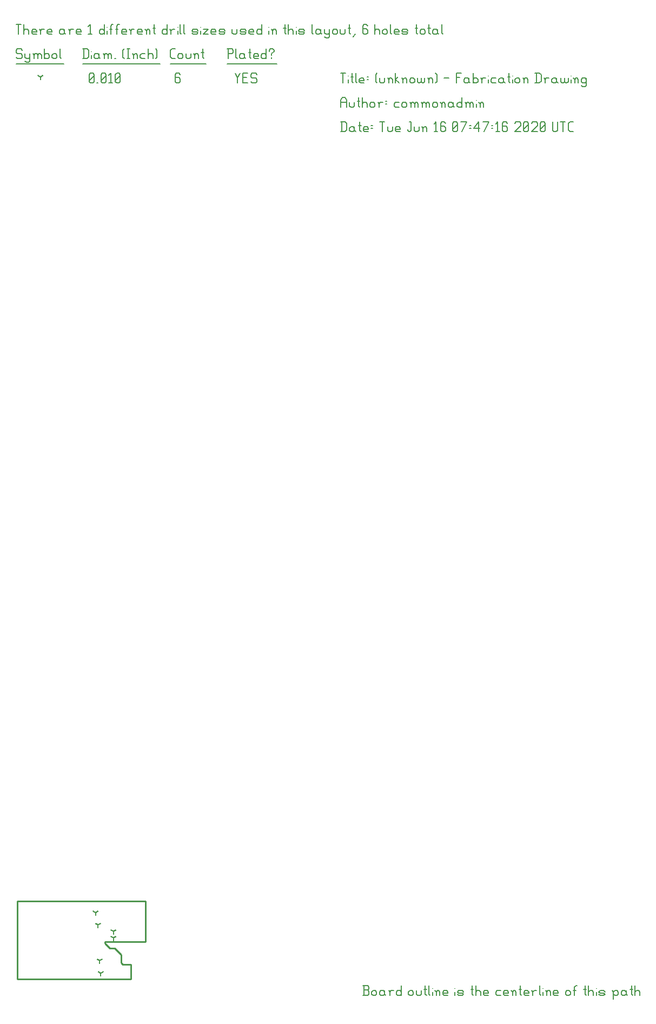
<source format=gbr>
G04 start of page 17 for group -3984 idx -3984 *
G04 Title: (unknown), fab *
G04 Creator: pcb 4.2.0 *
G04 CreationDate: Tue Jun 16 07:47:16 2020 UTC *
G04 For: commonadmin *
G04 Format: Gerber/RS-274X *
G04 PCB-Dimensions (mil): 6000.00 5000.00 *
G04 PCB-Coordinate-Origin: lower left *
%MOIN*%
%FSLAX25Y25*%
%LNFAB*%
%ADD61C,0.0100*%
%ADD60C,0.0075*%
%ADD59C,0.0060*%
%ADD58C,0.0001*%
%ADD57R,0.0080X0.0080*%
G54D57*X52156Y4158D02*Y2558D01*
G54D58*G36*
X51609Y4305D02*X53689Y5505D01*
X54089Y4812D01*
X52009Y3612D01*
X51609Y4305D01*
G37*
G36*
X52302Y3612D02*X50222Y4812D01*
X50622Y5505D01*
X52702Y4305D01*
X52302Y3612D01*
G37*
G54D57*X51500Y12000D02*Y10400D01*
G54D58*G36*
X50954Y12147D02*X53033Y13346D01*
X53433Y12653D01*
X51353Y11454D01*
X50954Y12147D01*
G37*
G36*
X51647Y11454D02*X49567Y12653D01*
X49967Y13346D01*
X52046Y12147D01*
X51647Y11454D01*
G37*
G54D57*X60000Y30000D02*Y28400D01*
G54D58*G36*
X59454Y30147D02*X61533Y31346D01*
X61933Y30653D01*
X59853Y29454D01*
X59454Y30147D01*
G37*
G36*
X60147Y29454D02*X58067Y30653D01*
X58467Y31346D01*
X60546Y30147D01*
X60147Y29454D01*
G37*
G54D57*X60000Y26000D02*Y24400D01*
G54D58*G36*
X59454Y26147D02*X61533Y27346D01*
X61933Y26653D01*
X59853Y25454D01*
X59454Y26147D01*
G37*
G36*
X60147Y25454D02*X58067Y26653D01*
X58467Y27346D01*
X60546Y26147D01*
X60147Y25454D01*
G37*
G54D57*X50500Y34000D02*Y32400D01*
G54D58*G36*
X49954Y34147D02*X52033Y35346D01*
X52433Y34653D01*
X50353Y33454D01*
X49954Y34147D01*
G37*
G36*
X50647Y33454D02*X48567Y34653D01*
X48967Y35346D01*
X51046Y34147D01*
X50647Y33454D01*
G37*
G54D57*X49000Y41500D02*Y39900D01*
G54D58*G36*
X48454Y41647D02*X50533Y42846D01*
X50933Y42153D01*
X48853Y40954D01*
X48454Y41647D01*
G37*
G36*
X49147Y40954D02*X47067Y42153D01*
X47467Y42846D01*
X49546Y41647D01*
X49147Y40954D01*
G37*
G54D57*X15000Y556250D02*Y554650D01*
G54D58*G36*
X14454Y556397D02*X16533Y557596D01*
X16933Y556903D01*
X14853Y555704D01*
X14454Y556397D01*
G37*
G36*
X15147Y555704D02*X13067Y556903D01*
X13467Y557596D01*
X15546Y556397D01*
X15147Y555704D01*
G37*
G54D59*X135000Y558500D02*X136500Y555500D01*
X138000Y558500D01*
X136500Y555500D02*Y552500D01*
X139800Y555800D02*X142050D01*
X139800Y552500D02*X142800D01*
X139800Y558500D02*Y552500D01*
Y558500D02*X142800D01*
X147600D02*X148350Y557750D01*
X145350Y558500D02*X147600D01*
X144600Y557750D02*X145350Y558500D01*
X144600Y557750D02*Y556250D01*
X145350Y555500D01*
X147600D01*
X148350Y554750D01*
Y553250D01*
X147600Y552500D02*X148350Y553250D01*
X145350Y552500D02*X147600D01*
X144600Y553250D02*X145350Y552500D01*
X100250Y558500D02*X101000Y557750D01*
X98750Y558500D02*X100250D01*
X98000Y557750D02*X98750Y558500D01*
X98000Y557750D02*Y553250D01*
X98750Y552500D01*
X100250Y555800D02*X101000Y555050D01*
X98000Y555800D02*X100250D01*
X98750Y552500D02*X100250D01*
X101000Y553250D01*
Y555050D02*Y553250D01*
X45000D02*X45750Y552500D01*
X45000Y557750D02*Y553250D01*
Y557750D02*X45750Y558500D01*
X47250D01*
X48000Y557750D01*
Y553250D01*
X47250Y552500D02*X48000Y553250D01*
X45750Y552500D02*X47250D01*
X45000Y554000D02*X48000Y557000D01*
X49800Y552500D02*X50550D01*
X52350Y553250D02*X53100Y552500D01*
X52350Y557750D02*Y553250D01*
Y557750D02*X53100Y558500D01*
X54600D01*
X55350Y557750D01*
Y553250D01*
X54600Y552500D02*X55350Y553250D01*
X53100Y552500D02*X54600D01*
X52350Y554000D02*X55350Y557000D01*
X57150Y557300D02*X58350Y558500D01*
Y552500D01*
X57150D02*X59400D01*
X61200Y553250D02*X61950Y552500D01*
X61200Y557750D02*Y553250D01*
Y557750D02*X61950Y558500D01*
X63450D01*
X64200Y557750D01*
Y553250D01*
X63450Y552500D02*X64200Y553250D01*
X61950Y552500D02*X63450D01*
X61200Y554000D02*X64200Y557000D01*
X3000Y573500D02*X3750Y572750D01*
X750Y573500D02*X3000D01*
X0Y572750D02*X750Y573500D01*
X0Y572750D02*Y571250D01*
X750Y570500D01*
X3000D01*
X3750Y569750D01*
Y568250D01*
X3000Y567500D02*X3750Y568250D01*
X750Y567500D02*X3000D01*
X0Y568250D02*X750Y567500D01*
X5550Y570500D02*Y568250D01*
X6300Y567500D01*
X8550Y570500D02*Y566000D01*
X7800Y565250D02*X8550Y566000D01*
X6300Y565250D02*X7800D01*
X5550Y566000D02*X6300Y565250D01*
Y567500D02*X7800D01*
X8550Y568250D01*
X11100Y569750D02*Y567500D01*
Y569750D02*X11850Y570500D01*
X12600D01*
X13350Y569750D01*
Y567500D01*
Y569750D02*X14100Y570500D01*
X14850D01*
X15600Y569750D01*
Y567500D01*
X10350Y570500D02*X11100Y569750D01*
X17400Y573500D02*Y567500D01*
Y568250D02*X18150Y567500D01*
X19650D01*
X20400Y568250D01*
Y569750D02*Y568250D01*
X19650Y570500D02*X20400Y569750D01*
X18150Y570500D02*X19650D01*
X17400Y569750D02*X18150Y570500D01*
X22200Y569750D02*Y568250D01*
Y569750D02*X22950Y570500D01*
X24450D01*
X25200Y569750D01*
Y568250D01*
X24450Y567500D02*X25200Y568250D01*
X22950Y567500D02*X24450D01*
X22200Y568250D02*X22950Y567500D01*
X27000Y573500D02*Y568250D01*
X27750Y567500D01*
X0Y564250D02*X29250D01*
X41750Y573500D02*Y567500D01*
X43700Y573500D02*X44750Y572450D01*
Y568550D01*
X43700Y567500D02*X44750Y568550D01*
X41000Y567500D02*X43700D01*
X41000Y573500D02*X43700D01*
G54D60*X46550Y572000D02*Y571850D01*
G54D59*Y569750D02*Y567500D01*
X50300Y570500D02*X51050Y569750D01*
X48800Y570500D02*X50300D01*
X48050Y569750D02*X48800Y570500D01*
X48050Y569750D02*Y568250D01*
X48800Y567500D01*
X51050Y570500D02*Y568250D01*
X51800Y567500D01*
X48800D02*X50300D01*
X51050Y568250D01*
X54350Y569750D02*Y567500D01*
Y569750D02*X55100Y570500D01*
X55850D01*
X56600Y569750D01*
Y567500D01*
Y569750D02*X57350Y570500D01*
X58100D01*
X58850Y569750D01*
Y567500D01*
X53600Y570500D02*X54350Y569750D01*
X60650Y567500D02*X61400D01*
X65900Y568250D02*X66650Y567500D01*
X65900Y572750D02*X66650Y573500D01*
X65900Y572750D02*Y568250D01*
X68450Y573500D02*X69950D01*
X69200D02*Y567500D01*
X68450D02*X69950D01*
X72500Y569750D02*Y567500D01*
Y569750D02*X73250Y570500D01*
X74000D01*
X74750Y569750D01*
Y567500D01*
X71750Y570500D02*X72500Y569750D01*
X77300Y570500D02*X79550D01*
X76550Y569750D02*X77300Y570500D01*
X76550Y569750D02*Y568250D01*
X77300Y567500D01*
X79550D01*
X81350Y573500D02*Y567500D01*
Y569750D02*X82100Y570500D01*
X83600D01*
X84350Y569750D01*
Y567500D01*
X86150Y573500D02*X86900Y572750D01*
Y568250D01*
X86150Y567500D02*X86900Y568250D01*
X41000Y564250D02*X88700D01*
X96050Y567500D02*X98000D01*
X95000Y568550D02*X96050Y567500D01*
X95000Y572450D02*Y568550D01*
Y572450D02*X96050Y573500D01*
X98000D01*
X99800Y569750D02*Y568250D01*
Y569750D02*X100550Y570500D01*
X102050D01*
X102800Y569750D01*
Y568250D01*
X102050Y567500D02*X102800Y568250D01*
X100550Y567500D02*X102050D01*
X99800Y568250D02*X100550Y567500D01*
X104600Y570500D02*Y568250D01*
X105350Y567500D01*
X106850D01*
X107600Y568250D01*
Y570500D02*Y568250D01*
X110150Y569750D02*Y567500D01*
Y569750D02*X110900Y570500D01*
X111650D01*
X112400Y569750D01*
Y567500D01*
X109400Y570500D02*X110150Y569750D01*
X114950Y573500D02*Y568250D01*
X115700Y567500D01*
X114200Y571250D02*X115700D01*
X95000Y564250D02*X117200D01*
X130750Y573500D02*Y567500D01*
X130000Y573500D02*X133000D01*
X133750Y572750D01*
Y571250D01*
X133000Y570500D02*X133750Y571250D01*
X130750Y570500D02*X133000D01*
X135550Y573500D02*Y568250D01*
X136300Y567500D01*
X140050Y570500D02*X140800Y569750D01*
X138550Y570500D02*X140050D01*
X137800Y569750D02*X138550Y570500D01*
X137800Y569750D02*Y568250D01*
X138550Y567500D01*
X140800Y570500D02*Y568250D01*
X141550Y567500D01*
X138550D02*X140050D01*
X140800Y568250D01*
X144100Y573500D02*Y568250D01*
X144850Y567500D01*
X143350Y571250D02*X144850D01*
X147100Y567500D02*X149350D01*
X146350Y568250D02*X147100Y567500D01*
X146350Y569750D02*Y568250D01*
Y569750D02*X147100Y570500D01*
X148600D01*
X149350Y569750D01*
X146350Y569000D02*X149350D01*
Y569750D02*Y569000D01*
X154150Y573500D02*Y567500D01*
X153400D02*X154150Y568250D01*
X151900Y567500D02*X153400D01*
X151150Y568250D02*X151900Y567500D01*
X151150Y569750D02*Y568250D01*
Y569750D02*X151900Y570500D01*
X153400D01*
X154150Y569750D01*
X157450Y570500D02*Y569750D01*
Y568250D02*Y567500D01*
X155950Y572750D02*Y572000D01*
Y572750D02*X156700Y573500D01*
X158200D01*
X158950Y572750D01*
Y572000D01*
X157450Y570500D02*X158950Y572000D01*
X130000Y564250D02*X160750D01*
X0Y588500D02*X3000D01*
X1500D02*Y582500D01*
X4800Y588500D02*Y582500D01*
Y584750D02*X5550Y585500D01*
X7050D01*
X7800Y584750D01*
Y582500D01*
X10350D02*X12600D01*
X9600Y583250D02*X10350Y582500D01*
X9600Y584750D02*Y583250D01*
Y584750D02*X10350Y585500D01*
X11850D01*
X12600Y584750D01*
X9600Y584000D02*X12600D01*
Y584750D02*Y584000D01*
X15150Y584750D02*Y582500D01*
Y584750D02*X15900Y585500D01*
X17400D01*
X14400D02*X15150Y584750D01*
X19950Y582500D02*X22200D01*
X19200Y583250D02*X19950Y582500D01*
X19200Y584750D02*Y583250D01*
Y584750D02*X19950Y585500D01*
X21450D01*
X22200Y584750D01*
X19200Y584000D02*X22200D01*
Y584750D02*Y584000D01*
X28950Y585500D02*X29700Y584750D01*
X27450Y585500D02*X28950D01*
X26700Y584750D02*X27450Y585500D01*
X26700Y584750D02*Y583250D01*
X27450Y582500D01*
X29700Y585500D02*Y583250D01*
X30450Y582500D01*
X27450D02*X28950D01*
X29700Y583250D01*
X33000Y584750D02*Y582500D01*
Y584750D02*X33750Y585500D01*
X35250D01*
X32250D02*X33000Y584750D01*
X37800Y582500D02*X40050D01*
X37050Y583250D02*X37800Y582500D01*
X37050Y584750D02*Y583250D01*
Y584750D02*X37800Y585500D01*
X39300D01*
X40050Y584750D01*
X37050Y584000D02*X40050D01*
Y584750D02*Y584000D01*
X44550Y587300D02*X45750Y588500D01*
Y582500D01*
X44550D02*X46800D01*
X54300Y588500D02*Y582500D01*
X53550D02*X54300Y583250D01*
X52050Y582500D02*X53550D01*
X51300Y583250D02*X52050Y582500D01*
X51300Y584750D02*Y583250D01*
Y584750D02*X52050Y585500D01*
X53550D01*
X54300Y584750D01*
G54D60*X56100Y587000D02*Y586850D01*
G54D59*Y584750D02*Y582500D01*
X58350Y587750D02*Y582500D01*
Y587750D02*X59100Y588500D01*
X59850D01*
X57600Y585500D02*X59100D01*
X62100Y587750D02*Y582500D01*
Y587750D02*X62850Y588500D01*
X63600D01*
X61350Y585500D02*X62850D01*
X65850Y582500D02*X68100D01*
X65100Y583250D02*X65850Y582500D01*
X65100Y584750D02*Y583250D01*
Y584750D02*X65850Y585500D01*
X67350D01*
X68100Y584750D01*
X65100Y584000D02*X68100D01*
Y584750D02*Y584000D01*
X70650Y584750D02*Y582500D01*
Y584750D02*X71400Y585500D01*
X72900D01*
X69900D02*X70650Y584750D01*
X75450Y582500D02*X77700D01*
X74700Y583250D02*X75450Y582500D01*
X74700Y584750D02*Y583250D01*
Y584750D02*X75450Y585500D01*
X76950D01*
X77700Y584750D01*
X74700Y584000D02*X77700D01*
Y584750D02*Y584000D01*
X80250Y584750D02*Y582500D01*
Y584750D02*X81000Y585500D01*
X81750D01*
X82500Y584750D01*
Y582500D01*
X79500Y585500D02*X80250Y584750D01*
X85050Y588500D02*Y583250D01*
X85800Y582500D01*
X84300Y586250D02*X85800D01*
X93000Y588500D02*Y582500D01*
X92250D02*X93000Y583250D01*
X90750Y582500D02*X92250D01*
X90000Y583250D02*X90750Y582500D01*
X90000Y584750D02*Y583250D01*
Y584750D02*X90750Y585500D01*
X92250D01*
X93000Y584750D01*
X95550D02*Y582500D01*
Y584750D02*X96300Y585500D01*
X97800D01*
X94800D02*X95550Y584750D01*
G54D60*X99600Y587000D02*Y586850D01*
G54D59*Y584750D02*Y582500D01*
X101100Y588500D02*Y583250D01*
X101850Y582500D01*
X103350Y588500D02*Y583250D01*
X104100Y582500D01*
X109050D02*X111300D01*
X112050Y583250D01*
X111300Y584000D02*X112050Y583250D01*
X109050Y584000D02*X111300D01*
X108300Y584750D02*X109050Y584000D01*
X108300Y584750D02*X109050Y585500D01*
X111300D01*
X112050Y584750D01*
X108300Y583250D02*X109050Y582500D01*
G54D60*X113850Y587000D02*Y586850D01*
G54D59*Y584750D02*Y582500D01*
X115350Y585500D02*X118350D01*
X115350Y582500D02*X118350Y585500D01*
X115350Y582500D02*X118350D01*
X120900D02*X123150D01*
X120150Y583250D02*X120900Y582500D01*
X120150Y584750D02*Y583250D01*
Y584750D02*X120900Y585500D01*
X122400D01*
X123150Y584750D01*
X120150Y584000D02*X123150D01*
Y584750D02*Y584000D01*
X125700Y582500D02*X127950D01*
X128700Y583250D01*
X127950Y584000D02*X128700Y583250D01*
X125700Y584000D02*X127950D01*
X124950Y584750D02*X125700Y584000D01*
X124950Y584750D02*X125700Y585500D01*
X127950D01*
X128700Y584750D01*
X124950Y583250D02*X125700Y582500D01*
X133200Y585500D02*Y583250D01*
X133950Y582500D01*
X135450D01*
X136200Y583250D01*
Y585500D02*Y583250D01*
X138750Y582500D02*X141000D01*
X141750Y583250D01*
X141000Y584000D02*X141750Y583250D01*
X138750Y584000D02*X141000D01*
X138000Y584750D02*X138750Y584000D01*
X138000Y584750D02*X138750Y585500D01*
X141000D01*
X141750Y584750D01*
X138000Y583250D02*X138750Y582500D01*
X144300D02*X146550D01*
X143550Y583250D02*X144300Y582500D01*
X143550Y584750D02*Y583250D01*
Y584750D02*X144300Y585500D01*
X145800D01*
X146550Y584750D01*
X143550Y584000D02*X146550D01*
Y584750D02*Y584000D01*
X151350Y588500D02*Y582500D01*
X150600D02*X151350Y583250D01*
X149100Y582500D02*X150600D01*
X148350Y583250D02*X149100Y582500D01*
X148350Y584750D02*Y583250D01*
Y584750D02*X149100Y585500D01*
X150600D01*
X151350Y584750D01*
G54D60*X155850Y587000D02*Y586850D01*
G54D59*Y584750D02*Y582500D01*
X158100Y584750D02*Y582500D01*
Y584750D02*X158850Y585500D01*
X159600D01*
X160350Y584750D01*
Y582500D01*
X157350Y585500D02*X158100Y584750D01*
X165600Y588500D02*Y583250D01*
X166350Y582500D01*
X164850Y586250D02*X166350D01*
X167850Y588500D02*Y582500D01*
Y584750D02*X168600Y585500D01*
X170100D01*
X170850Y584750D01*
Y582500D01*
G54D60*X172650Y587000D02*Y586850D01*
G54D59*Y584750D02*Y582500D01*
X174900D02*X177150D01*
X177900Y583250D01*
X177150Y584000D02*X177900Y583250D01*
X174900Y584000D02*X177150D01*
X174150Y584750D02*X174900Y584000D01*
X174150Y584750D02*X174900Y585500D01*
X177150D01*
X177900Y584750D01*
X174150Y583250D02*X174900Y582500D01*
X182400Y588500D02*Y583250D01*
X183150Y582500D01*
X186900Y585500D02*X187650Y584750D01*
X185400Y585500D02*X186900D01*
X184650Y584750D02*X185400Y585500D01*
X184650Y584750D02*Y583250D01*
X185400Y582500D01*
X187650Y585500D02*Y583250D01*
X188400Y582500D01*
X185400D02*X186900D01*
X187650Y583250D01*
X190200Y585500D02*Y583250D01*
X190950Y582500D01*
X193200Y585500D02*Y581000D01*
X192450Y580250D02*X193200Y581000D01*
X190950Y580250D02*X192450D01*
X190200Y581000D02*X190950Y580250D01*
Y582500D02*X192450D01*
X193200Y583250D01*
X195000Y584750D02*Y583250D01*
Y584750D02*X195750Y585500D01*
X197250D01*
X198000Y584750D01*
Y583250D01*
X197250Y582500D02*X198000Y583250D01*
X195750Y582500D02*X197250D01*
X195000Y583250D02*X195750Y582500D01*
X199800Y585500D02*Y583250D01*
X200550Y582500D01*
X202050D01*
X202800Y583250D01*
Y585500D02*Y583250D01*
X205350Y588500D02*Y583250D01*
X206100Y582500D01*
X204600Y586250D02*X206100D01*
X207600Y581000D02*X209100Y582500D01*
X215850Y588500D02*X216600Y587750D01*
X214350Y588500D02*X215850D01*
X213600Y587750D02*X214350Y588500D01*
X213600Y587750D02*Y583250D01*
X214350Y582500D01*
X215850Y585800D02*X216600Y585050D01*
X213600Y585800D02*X215850D01*
X214350Y582500D02*X215850D01*
X216600Y583250D01*
Y585050D02*Y583250D01*
X221100Y588500D02*Y582500D01*
Y584750D02*X221850Y585500D01*
X223350D01*
X224100Y584750D01*
Y582500D01*
X225900Y584750D02*Y583250D01*
Y584750D02*X226650Y585500D01*
X228150D01*
X228900Y584750D01*
Y583250D01*
X228150Y582500D02*X228900Y583250D01*
X226650Y582500D02*X228150D01*
X225900Y583250D02*X226650Y582500D01*
X230700Y588500D02*Y583250D01*
X231450Y582500D01*
X233700D02*X235950D01*
X232950Y583250D02*X233700Y582500D01*
X232950Y584750D02*Y583250D01*
Y584750D02*X233700Y585500D01*
X235200D01*
X235950Y584750D01*
X232950Y584000D02*X235950D01*
Y584750D02*Y584000D01*
X238500Y582500D02*X240750D01*
X241500Y583250D01*
X240750Y584000D02*X241500Y583250D01*
X238500Y584000D02*X240750D01*
X237750Y584750D02*X238500Y584000D01*
X237750Y584750D02*X238500Y585500D01*
X240750D01*
X241500Y584750D01*
X237750Y583250D02*X238500Y582500D01*
X246750Y588500D02*Y583250D01*
X247500Y582500D01*
X246000Y586250D02*X247500D01*
X249000Y584750D02*Y583250D01*
Y584750D02*X249750Y585500D01*
X251250D01*
X252000Y584750D01*
Y583250D01*
X251250Y582500D02*X252000Y583250D01*
X249750Y582500D02*X251250D01*
X249000Y583250D02*X249750Y582500D01*
X254550Y588500D02*Y583250D01*
X255300Y582500D01*
X253800Y586250D02*X255300D01*
X259050Y585500D02*X259800Y584750D01*
X257550Y585500D02*X259050D01*
X256800Y584750D02*X257550Y585500D01*
X256800Y584750D02*Y583250D01*
X257550Y582500D01*
X259800Y585500D02*Y583250D01*
X260550Y582500D01*
X257550D02*X259050D01*
X259800Y583250D01*
X262350Y588500D02*Y583250D01*
X263100Y582500D01*
G54D61*X54750Y22500D02*X57750Y19500D01*
X60750D01*
X64750Y15500D02*Y10500D01*
X65750Y9500D01*
X70750D01*
Y500D01*
X750D01*
Y48500D01*
X64750Y15500D02*X60750Y19500D01*
X750Y48500D02*X79750D01*
Y23500D01*
X54750D01*
Y22500D01*
G54D59*X213675Y-9500D02*X216675D01*
X217425Y-8750D01*
Y-6950D02*Y-8750D01*
X216675Y-6200D02*X217425Y-6950D01*
X214425Y-6200D02*X216675D01*
X214425Y-3500D02*Y-9500D01*
X213675Y-3500D02*X216675D01*
X217425Y-4250D01*
Y-5450D01*
X216675Y-6200D02*X217425Y-5450D01*
X219225Y-7250D02*Y-8750D01*
Y-7250D02*X219975Y-6500D01*
X221475D01*
X222225Y-7250D01*
Y-8750D01*
X221475Y-9500D02*X222225Y-8750D01*
X219975Y-9500D02*X221475D01*
X219225Y-8750D02*X219975Y-9500D01*
X226275Y-6500D02*X227025Y-7250D01*
X224775Y-6500D02*X226275D01*
X224025Y-7250D02*X224775Y-6500D01*
X224025Y-7250D02*Y-8750D01*
X224775Y-9500D01*
X227025Y-6500D02*Y-8750D01*
X227775Y-9500D01*
X224775D02*X226275D01*
X227025Y-8750D01*
X230325Y-7250D02*Y-9500D01*
Y-7250D02*X231075Y-6500D01*
X232575D01*
X229575D02*X230325Y-7250D01*
X237375Y-3500D02*Y-9500D01*
X236625D02*X237375Y-8750D01*
X235125Y-9500D02*X236625D01*
X234375Y-8750D02*X235125Y-9500D01*
X234375Y-7250D02*Y-8750D01*
Y-7250D02*X235125Y-6500D01*
X236625D01*
X237375Y-7250D01*
X241875D02*Y-8750D01*
Y-7250D02*X242625Y-6500D01*
X244125D01*
X244875Y-7250D01*
Y-8750D01*
X244125Y-9500D02*X244875Y-8750D01*
X242625Y-9500D02*X244125D01*
X241875Y-8750D02*X242625Y-9500D01*
X246675Y-6500D02*Y-8750D01*
X247425Y-9500D01*
X248925D01*
X249675Y-8750D01*
Y-6500D02*Y-8750D01*
X252225Y-3500D02*Y-8750D01*
X252975Y-9500D01*
X251475Y-5750D02*X252975D01*
X254475Y-3500D02*Y-8750D01*
X255225Y-9500D01*
G54D60*X256725Y-5000D02*Y-5150D01*
G54D59*Y-7250D02*Y-9500D01*
X258975Y-7250D02*Y-9500D01*
Y-7250D02*X259725Y-6500D01*
X260475D01*
X261225Y-7250D01*
Y-9500D01*
X258225Y-6500D02*X258975Y-7250D01*
X263775Y-9500D02*X266025D01*
X263025Y-8750D02*X263775Y-9500D01*
X263025Y-7250D02*Y-8750D01*
Y-7250D02*X263775Y-6500D01*
X265275D01*
X266025Y-7250D01*
X263025Y-8000D02*X266025D01*
Y-7250D02*Y-8000D01*
G54D60*X270525Y-5000D02*Y-5150D01*
G54D59*Y-7250D02*Y-9500D01*
X272775D02*X275025D01*
X275775Y-8750D01*
X275025Y-8000D02*X275775Y-8750D01*
X272775Y-8000D02*X275025D01*
X272025Y-7250D02*X272775Y-8000D01*
X272025Y-7250D02*X272775Y-6500D01*
X275025D01*
X275775Y-7250D01*
X272025Y-8750D02*X272775Y-9500D01*
X281025Y-3500D02*Y-8750D01*
X281775Y-9500D01*
X280275Y-5750D02*X281775D01*
X283275Y-3500D02*Y-9500D01*
Y-7250D02*X284025Y-6500D01*
X285525D01*
X286275Y-7250D01*
Y-9500D01*
X288825D02*X291075D01*
X288075Y-8750D02*X288825Y-9500D01*
X288075Y-7250D02*Y-8750D01*
Y-7250D02*X288825Y-6500D01*
X290325D01*
X291075Y-7250D01*
X288075Y-8000D02*X291075D01*
Y-7250D02*Y-8000D01*
X296325Y-6500D02*X298575D01*
X295575Y-7250D02*X296325Y-6500D01*
X295575Y-7250D02*Y-8750D01*
X296325Y-9500D01*
X298575D01*
X301125D02*X303375D01*
X300375Y-8750D02*X301125Y-9500D01*
X300375Y-7250D02*Y-8750D01*
Y-7250D02*X301125Y-6500D01*
X302625D01*
X303375Y-7250D01*
X300375Y-8000D02*X303375D01*
Y-7250D02*Y-8000D01*
X305925Y-7250D02*Y-9500D01*
Y-7250D02*X306675Y-6500D01*
X307425D01*
X308175Y-7250D01*
Y-9500D01*
X305175Y-6500D02*X305925Y-7250D01*
X310725Y-3500D02*Y-8750D01*
X311475Y-9500D01*
X309975Y-5750D02*X311475D01*
X313725Y-9500D02*X315975D01*
X312975Y-8750D02*X313725Y-9500D01*
X312975Y-7250D02*Y-8750D01*
Y-7250D02*X313725Y-6500D01*
X315225D01*
X315975Y-7250D01*
X312975Y-8000D02*X315975D01*
Y-7250D02*Y-8000D01*
X318525Y-7250D02*Y-9500D01*
Y-7250D02*X319275Y-6500D01*
X320775D01*
X317775D02*X318525Y-7250D01*
X322575Y-3500D02*Y-8750D01*
X323325Y-9500D01*
G54D60*X324825Y-5000D02*Y-5150D01*
G54D59*Y-7250D02*Y-9500D01*
X327075Y-7250D02*Y-9500D01*
Y-7250D02*X327825Y-6500D01*
X328575D01*
X329325Y-7250D01*
Y-9500D01*
X326325Y-6500D02*X327075Y-7250D01*
X331875Y-9500D02*X334125D01*
X331125Y-8750D02*X331875Y-9500D01*
X331125Y-7250D02*Y-8750D01*
Y-7250D02*X331875Y-6500D01*
X333375D01*
X334125Y-7250D01*
X331125Y-8000D02*X334125D01*
Y-7250D02*Y-8000D01*
X338625Y-7250D02*Y-8750D01*
Y-7250D02*X339375Y-6500D01*
X340875D01*
X341625Y-7250D01*
Y-8750D01*
X340875Y-9500D02*X341625Y-8750D01*
X339375Y-9500D02*X340875D01*
X338625Y-8750D02*X339375Y-9500D01*
X344175Y-4250D02*Y-9500D01*
Y-4250D02*X344925Y-3500D01*
X345675D01*
X343425Y-6500D02*X344925D01*
X350625Y-3500D02*Y-8750D01*
X351375Y-9500D01*
X349875Y-5750D02*X351375D01*
X352875Y-3500D02*Y-9500D01*
Y-7250D02*X353625Y-6500D01*
X355125D01*
X355875Y-7250D01*
Y-9500D01*
G54D60*X357675Y-5000D02*Y-5150D01*
G54D59*Y-7250D02*Y-9500D01*
X359925D02*X362175D01*
X362925Y-8750D01*
X362175Y-8000D02*X362925Y-8750D01*
X359925Y-8000D02*X362175D01*
X359175Y-7250D02*X359925Y-8000D01*
X359175Y-7250D02*X359925Y-6500D01*
X362175D01*
X362925Y-7250D01*
X359175Y-8750D02*X359925Y-9500D01*
X368175Y-7250D02*Y-11750D01*
X367425Y-6500D02*X368175Y-7250D01*
X368925Y-6500D01*
X370425D01*
X371175Y-7250D01*
Y-8750D01*
X370425Y-9500D02*X371175Y-8750D01*
X368925Y-9500D02*X370425D01*
X368175Y-8750D02*X368925Y-9500D01*
X375225Y-6500D02*X375975Y-7250D01*
X373725Y-6500D02*X375225D01*
X372975Y-7250D02*X373725Y-6500D01*
X372975Y-7250D02*Y-8750D01*
X373725Y-9500D01*
X375975Y-6500D02*Y-8750D01*
X376725Y-9500D01*
X373725D02*X375225D01*
X375975Y-8750D01*
X379275Y-3500D02*Y-8750D01*
X380025Y-9500D01*
X378525Y-5750D02*X380025D01*
X381525Y-3500D02*Y-9500D01*
Y-7250D02*X382275Y-6500D01*
X383775D01*
X384525Y-7250D01*
Y-9500D01*
X200750Y528500D02*Y522500D01*
X202700Y528500D02*X203750Y527450D01*
Y523550D01*
X202700Y522500D02*X203750Y523550D01*
X200000Y522500D02*X202700D01*
X200000Y528500D02*X202700D01*
X207800Y525500D02*X208550Y524750D01*
X206300Y525500D02*X207800D01*
X205550Y524750D02*X206300Y525500D01*
X205550Y524750D02*Y523250D01*
X206300Y522500D01*
X208550Y525500D02*Y523250D01*
X209300Y522500D01*
X206300D02*X207800D01*
X208550Y523250D01*
X211850Y528500D02*Y523250D01*
X212600Y522500D01*
X211100Y526250D02*X212600D01*
X214850Y522500D02*X217100D01*
X214100Y523250D02*X214850Y522500D01*
X214100Y524750D02*Y523250D01*
Y524750D02*X214850Y525500D01*
X216350D01*
X217100Y524750D01*
X214100Y524000D02*X217100D01*
Y524750D02*Y524000D01*
X218900Y526250D02*X219650D01*
X218900Y524750D02*X219650D01*
X224150Y528500D02*X227150D01*
X225650D02*Y522500D01*
X228950Y525500D02*Y523250D01*
X229700Y522500D01*
X231200D01*
X231950Y523250D01*
Y525500D02*Y523250D01*
X234500Y522500D02*X236750D01*
X233750Y523250D02*X234500Y522500D01*
X233750Y524750D02*Y523250D01*
Y524750D02*X234500Y525500D01*
X236000D01*
X236750Y524750D01*
X233750Y524000D02*X236750D01*
Y524750D02*Y524000D01*
X242300Y528500D02*X243500D01*
Y523250D01*
X242750Y522500D02*X243500Y523250D01*
X242000Y522500D02*X242750D01*
X241250Y523250D02*X242000Y522500D01*
X241250Y524000D02*Y523250D01*
X245300Y525500D02*Y523250D01*
X246050Y522500D01*
X247550D01*
X248300Y523250D01*
Y525500D02*Y523250D01*
X250850Y524750D02*Y522500D01*
Y524750D02*X251600Y525500D01*
X252350D01*
X253100Y524750D01*
Y522500D01*
X250100Y525500D02*X250850Y524750D01*
X257600Y527300D02*X258800Y528500D01*
Y522500D01*
X257600D02*X259850D01*
X263900Y528500D02*X264650Y527750D01*
X262400Y528500D02*X263900D01*
X261650Y527750D02*X262400Y528500D01*
X261650Y527750D02*Y523250D01*
X262400Y522500D01*
X263900Y525800D02*X264650Y525050D01*
X261650Y525800D02*X263900D01*
X262400Y522500D02*X263900D01*
X264650Y523250D01*
Y525050D02*Y523250D01*
X269150D02*X269900Y522500D01*
X269150Y527750D02*Y523250D01*
Y527750D02*X269900Y528500D01*
X271400D01*
X272150Y527750D01*
Y523250D01*
X271400Y522500D02*X272150Y523250D01*
X269900Y522500D02*X271400D01*
X269150Y524000D02*X272150Y527000D01*
X274700Y522500D02*X277700Y528500D01*
X273950D02*X277700D01*
X279500Y526250D02*X280250D01*
X279500Y524750D02*X280250D01*
X282050D02*X285050Y528500D01*
X282050Y524750D02*X285800D01*
X285050Y528500D02*Y522500D01*
X288350D02*X291350Y528500D01*
X287600D02*X291350D01*
X293150Y526250D02*X293900D01*
X293150Y524750D02*X293900D01*
X295700Y527300D02*X296900Y528500D01*
Y522500D01*
X295700D02*X297950D01*
X302000Y528500D02*X302750Y527750D01*
X300500Y528500D02*X302000D01*
X299750Y527750D02*X300500Y528500D01*
X299750Y527750D02*Y523250D01*
X300500Y522500D01*
X302000Y525800D02*X302750Y525050D01*
X299750Y525800D02*X302000D01*
X300500Y522500D02*X302000D01*
X302750Y523250D01*
Y525050D02*Y523250D01*
X307250Y527750D02*X308000Y528500D01*
X310250D01*
X311000Y527750D01*
Y526250D01*
X307250Y522500D02*X311000Y526250D01*
X307250Y522500D02*X311000D01*
X312800Y523250D02*X313550Y522500D01*
X312800Y527750D02*Y523250D01*
Y527750D02*X313550Y528500D01*
X315050D01*
X315800Y527750D01*
Y523250D01*
X315050Y522500D02*X315800Y523250D01*
X313550Y522500D02*X315050D01*
X312800Y524000D02*X315800Y527000D01*
X317600Y527750D02*X318350Y528500D01*
X320600D01*
X321350Y527750D01*
Y526250D01*
X317600Y522500D02*X321350Y526250D01*
X317600Y522500D02*X321350D01*
X323150Y523250D02*X323900Y522500D01*
X323150Y527750D02*Y523250D01*
Y527750D02*X323900Y528500D01*
X325400D01*
X326150Y527750D01*
Y523250D01*
X325400Y522500D02*X326150Y523250D01*
X323900Y522500D02*X325400D01*
X323150Y524000D02*X326150Y527000D01*
X330650Y528500D02*Y523250D01*
X331400Y522500D01*
X332900D01*
X333650Y523250D01*
Y528500D02*Y523250D01*
X335450Y528500D02*X338450D01*
X336950D02*Y522500D01*
X341300D02*X343250D01*
X340250Y523550D02*X341300Y522500D01*
X340250Y527450D02*Y523550D01*
Y527450D02*X341300Y528500D01*
X343250D01*
X200000Y542000D02*Y537500D01*
Y542000D02*X201050Y543500D01*
X202700D01*
X203750Y542000D01*
Y537500D01*
X200000Y540500D02*X203750D01*
X205550D02*Y538250D01*
X206300Y537500D01*
X207800D01*
X208550Y538250D01*
Y540500D02*Y538250D01*
X211100Y543500D02*Y538250D01*
X211850Y537500D01*
X210350Y541250D02*X211850D01*
X213350Y543500D02*Y537500D01*
Y539750D02*X214100Y540500D01*
X215600D01*
X216350Y539750D01*
Y537500D01*
X218150Y539750D02*Y538250D01*
Y539750D02*X218900Y540500D01*
X220400D01*
X221150Y539750D01*
Y538250D01*
X220400Y537500D02*X221150Y538250D01*
X218900Y537500D02*X220400D01*
X218150Y538250D02*X218900Y537500D01*
X223700Y539750D02*Y537500D01*
Y539750D02*X224450Y540500D01*
X225950D01*
X222950D02*X223700Y539750D01*
X227750Y541250D02*X228500D01*
X227750Y539750D02*X228500D01*
X233750Y540500D02*X236000D01*
X233000Y539750D02*X233750Y540500D01*
X233000Y539750D02*Y538250D01*
X233750Y537500D01*
X236000D01*
X237800Y539750D02*Y538250D01*
Y539750D02*X238550Y540500D01*
X240050D01*
X240800Y539750D01*
Y538250D01*
X240050Y537500D02*X240800Y538250D01*
X238550Y537500D02*X240050D01*
X237800Y538250D02*X238550Y537500D01*
X243350Y539750D02*Y537500D01*
Y539750D02*X244100Y540500D01*
X244850D01*
X245600Y539750D01*
Y537500D01*
Y539750D02*X246350Y540500D01*
X247100D01*
X247850Y539750D01*
Y537500D01*
X242600Y540500D02*X243350Y539750D01*
X250400D02*Y537500D01*
Y539750D02*X251150Y540500D01*
X251900D01*
X252650Y539750D01*
Y537500D01*
Y539750D02*X253400Y540500D01*
X254150D01*
X254900Y539750D01*
Y537500D01*
X249650Y540500D02*X250400Y539750D01*
X256700D02*Y538250D01*
Y539750D02*X257450Y540500D01*
X258950D01*
X259700Y539750D01*
Y538250D01*
X258950Y537500D02*X259700Y538250D01*
X257450Y537500D02*X258950D01*
X256700Y538250D02*X257450Y537500D01*
X262250Y539750D02*Y537500D01*
Y539750D02*X263000Y540500D01*
X263750D01*
X264500Y539750D01*
Y537500D01*
X261500Y540500D02*X262250Y539750D01*
X268550Y540500D02*X269300Y539750D01*
X267050Y540500D02*X268550D01*
X266300Y539750D02*X267050Y540500D01*
X266300Y539750D02*Y538250D01*
X267050Y537500D01*
X269300Y540500D02*Y538250D01*
X270050Y537500D01*
X267050D02*X268550D01*
X269300Y538250D01*
X274850Y543500D02*Y537500D01*
X274100D02*X274850Y538250D01*
X272600Y537500D02*X274100D01*
X271850Y538250D02*X272600Y537500D01*
X271850Y539750D02*Y538250D01*
Y539750D02*X272600Y540500D01*
X274100D01*
X274850Y539750D01*
X277400D02*Y537500D01*
Y539750D02*X278150Y540500D01*
X278900D01*
X279650Y539750D01*
Y537500D01*
Y539750D02*X280400Y540500D01*
X281150D01*
X281900Y539750D01*
Y537500D01*
X276650Y540500D02*X277400Y539750D01*
G54D60*X283700Y542000D02*Y541850D01*
G54D59*Y539750D02*Y537500D01*
X285950Y539750D02*Y537500D01*
Y539750D02*X286700Y540500D01*
X287450D01*
X288200Y539750D01*
Y537500D01*
X285200Y540500D02*X285950Y539750D01*
X200000Y558500D02*X203000D01*
X201500D02*Y552500D01*
G54D60*X204800Y557000D02*Y556850D01*
G54D59*Y554750D02*Y552500D01*
X207050Y558500D02*Y553250D01*
X207800Y552500D01*
X206300Y556250D02*X207800D01*
X209300Y558500D02*Y553250D01*
X210050Y552500D01*
X212300D02*X214550D01*
X211550Y553250D02*X212300Y552500D01*
X211550Y554750D02*Y553250D01*
Y554750D02*X212300Y555500D01*
X213800D01*
X214550Y554750D01*
X211550Y554000D02*X214550D01*
Y554750D02*Y554000D01*
X216350Y556250D02*X217100D01*
X216350Y554750D02*X217100D01*
X221600Y553250D02*X222350Y552500D01*
X221600Y557750D02*X222350Y558500D01*
X221600Y557750D02*Y553250D01*
X224150Y555500D02*Y553250D01*
X224900Y552500D01*
X226400D01*
X227150Y553250D01*
Y555500D02*Y553250D01*
X229700Y554750D02*Y552500D01*
Y554750D02*X230450Y555500D01*
X231200D01*
X231950Y554750D01*
Y552500D01*
X228950Y555500D02*X229700Y554750D01*
X233750Y558500D02*Y552500D01*
Y554750D02*X236000Y552500D01*
X233750Y554750D02*X235250Y556250D01*
X238550Y554750D02*Y552500D01*
Y554750D02*X239300Y555500D01*
X240050D01*
X240800Y554750D01*
Y552500D01*
X237800Y555500D02*X238550Y554750D01*
X242600D02*Y553250D01*
Y554750D02*X243350Y555500D01*
X244850D01*
X245600Y554750D01*
Y553250D01*
X244850Y552500D02*X245600Y553250D01*
X243350Y552500D02*X244850D01*
X242600Y553250D02*X243350Y552500D01*
X247400Y555500D02*Y553250D01*
X248150Y552500D01*
X248900D01*
X249650Y553250D01*
Y555500D02*Y553250D01*
X250400Y552500D01*
X251150D01*
X251900Y553250D01*
Y555500D02*Y553250D01*
X254450Y554750D02*Y552500D01*
Y554750D02*X255200Y555500D01*
X255950D01*
X256700Y554750D01*
Y552500D01*
X253700Y555500D02*X254450Y554750D01*
X258500Y558500D02*X259250Y557750D01*
Y553250D01*
X258500Y552500D02*X259250Y553250D01*
X263750Y555500D02*X266750D01*
X271250Y558500D02*Y552500D01*
Y558500D02*X274250D01*
X271250Y555800D02*X273500D01*
X278300Y555500D02*X279050Y554750D01*
X276800Y555500D02*X278300D01*
X276050Y554750D02*X276800Y555500D01*
X276050Y554750D02*Y553250D01*
X276800Y552500D01*
X279050Y555500D02*Y553250D01*
X279800Y552500D01*
X276800D02*X278300D01*
X279050Y553250D01*
X281600Y558500D02*Y552500D01*
Y553250D02*X282350Y552500D01*
X283850D01*
X284600Y553250D01*
Y554750D02*Y553250D01*
X283850Y555500D02*X284600Y554750D01*
X282350Y555500D02*X283850D01*
X281600Y554750D02*X282350Y555500D01*
X287150Y554750D02*Y552500D01*
Y554750D02*X287900Y555500D01*
X289400D01*
X286400D02*X287150Y554750D01*
G54D60*X291200Y557000D02*Y556850D01*
G54D59*Y554750D02*Y552500D01*
X293450Y555500D02*X295700D01*
X292700Y554750D02*X293450Y555500D01*
X292700Y554750D02*Y553250D01*
X293450Y552500D01*
X295700D01*
X299750Y555500D02*X300500Y554750D01*
X298250Y555500D02*X299750D01*
X297500Y554750D02*X298250Y555500D01*
X297500Y554750D02*Y553250D01*
X298250Y552500D01*
X300500Y555500D02*Y553250D01*
X301250Y552500D01*
X298250D02*X299750D01*
X300500Y553250D01*
X303800Y558500D02*Y553250D01*
X304550Y552500D01*
X303050Y556250D02*X304550D01*
G54D60*X306050Y557000D02*Y556850D01*
G54D59*Y554750D02*Y552500D01*
X307550Y554750D02*Y553250D01*
Y554750D02*X308300Y555500D01*
X309800D01*
X310550Y554750D01*
Y553250D01*
X309800Y552500D02*X310550Y553250D01*
X308300Y552500D02*X309800D01*
X307550Y553250D02*X308300Y552500D01*
X313100Y554750D02*Y552500D01*
Y554750D02*X313850Y555500D01*
X314600D01*
X315350Y554750D01*
Y552500D01*
X312350Y555500D02*X313100Y554750D01*
X320600Y558500D02*Y552500D01*
X322550Y558500D02*X323600Y557450D01*
Y553550D01*
X322550Y552500D02*X323600Y553550D01*
X319850Y552500D02*X322550D01*
X319850Y558500D02*X322550D01*
X326150Y554750D02*Y552500D01*
Y554750D02*X326900Y555500D01*
X328400D01*
X325400D02*X326150Y554750D01*
X332450Y555500D02*X333200Y554750D01*
X330950Y555500D02*X332450D01*
X330200Y554750D02*X330950Y555500D01*
X330200Y554750D02*Y553250D01*
X330950Y552500D01*
X333200Y555500D02*Y553250D01*
X333950Y552500D01*
X330950D02*X332450D01*
X333200Y553250D01*
X335750Y555500D02*Y553250D01*
X336500Y552500D01*
X337250D01*
X338000Y553250D01*
Y555500D02*Y553250D01*
X338750Y552500D01*
X339500D01*
X340250Y553250D01*
Y555500D02*Y553250D01*
G54D60*X342050Y557000D02*Y556850D01*
G54D59*Y554750D02*Y552500D01*
X344300Y554750D02*Y552500D01*
Y554750D02*X345050Y555500D01*
X345800D01*
X346550Y554750D01*
Y552500D01*
X343550Y555500D02*X344300Y554750D01*
X350600Y555500D02*X351350Y554750D01*
X349100Y555500D02*X350600D01*
X348350Y554750D02*X349100Y555500D01*
X348350Y554750D02*Y553250D01*
X349100Y552500D01*
X350600D01*
X351350Y553250D01*
X348350Y551000D02*X349100Y550250D01*
X350600D01*
X351350Y551000D01*
Y555500D02*Y551000D01*
M02*

</source>
